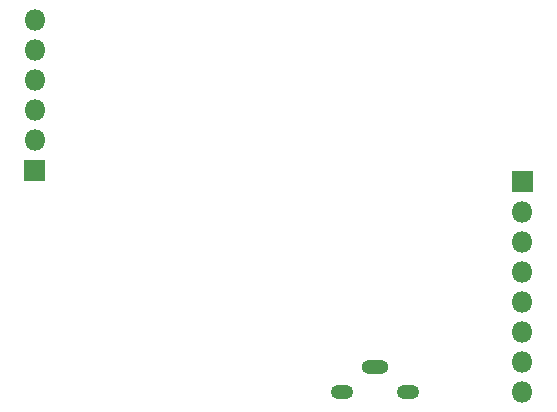
<source format=gbr>
G04 #@! TF.GenerationSoftware,KiCad,Pcbnew,(5.1.9)-1*
G04 #@! TF.CreationDate,2021-01-25T13:58:14-05:00*
G04 #@! TF.ProjectId,eWeatherStation,65576561-7468-4657-9253-746174696f6e,rev?*
G04 #@! TF.SameCoordinates,Original*
G04 #@! TF.FileFunction,Soldermask,Bot*
G04 #@! TF.FilePolarity,Negative*
%FSLAX46Y46*%
G04 Gerber Fmt 4.6, Leading zero omitted, Abs format (unit mm)*
G04 Created by KiCad (PCBNEW (5.1.9)-1) date 2021-01-25 13:58:14*
%MOMM*%
%LPD*%
G01*
G04 APERTURE LIST*
%ADD10O,2.301600X1.201600*%
%ADD11O,1.901600X1.201600*%
%ADD12O,1.801600X1.801600*%
G04 APERTURE END LIST*
D10*
X173500000Y-102675000D03*
D11*
X170700000Y-104825000D03*
X176300000Y-104825000D03*
D12*
X144700000Y-73360000D03*
X144700000Y-75900000D03*
X144700000Y-78440000D03*
X144700000Y-80980000D03*
X144700000Y-83520000D03*
G36*
G01*
X145600800Y-85210000D02*
X145600800Y-86910000D01*
G75*
G02*
X145550000Y-86960800I-50800J0D01*
G01*
X143850000Y-86960800D01*
G75*
G02*
X143799200Y-86910000I0J50800D01*
G01*
X143799200Y-85210000D01*
G75*
G02*
X143850000Y-85159200I50800J0D01*
G01*
X145550000Y-85159200D01*
G75*
G02*
X145600800Y-85210000I0J-50800D01*
G01*
G37*
G36*
G01*
X185099200Y-87850000D02*
X185099200Y-86150000D01*
G75*
G02*
X185150000Y-86099200I50800J0D01*
G01*
X186850000Y-86099200D01*
G75*
G02*
X186900800Y-86150000I0J-50800D01*
G01*
X186900800Y-87850000D01*
G75*
G02*
X186850000Y-87900800I-50800J0D01*
G01*
X185150000Y-87900800D01*
G75*
G02*
X185099200Y-87850000I0J50800D01*
G01*
G37*
X186000000Y-89540000D03*
X186000000Y-92080000D03*
X186000000Y-94620000D03*
X186000000Y-97160000D03*
X186000000Y-99700000D03*
X186000000Y-102240000D03*
X186000000Y-104780000D03*
M02*

</source>
